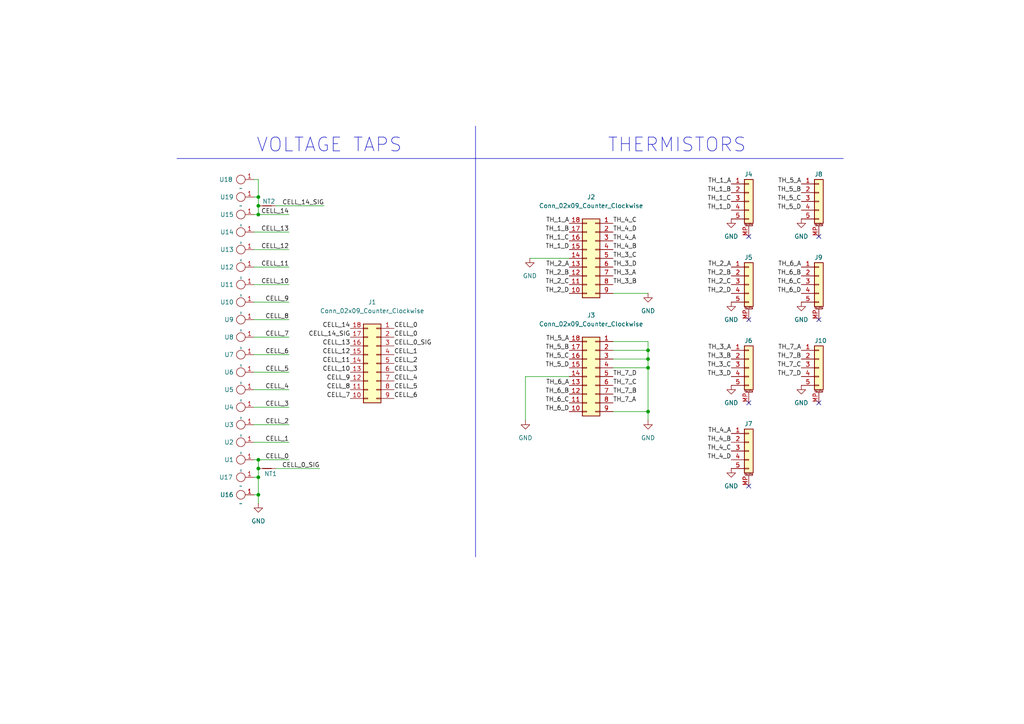
<source format=kicad_sch>
(kicad_sch (version 20231120) (generator "eeschema") (generator_version "8.0")
  (paper "A4")
  (title_block (title "B.A.D. Power Board") (date "2025-10-27") (rev "1.0") (company "Brushfire Attack Drone") (comment 1 "Ian Walsh"))
  (lib_symbols
    (symbol "Connector_Generic:Conn_02x09_Counter_Clockwise" (pin_names (offset 1.016) hide)
      (property "Reference" "J" (at 1.27 12.7 0))
      (property "Value" "Conn_02x09_Counter_Clockwise" (at 1.27 -12.7 0))
      (symbol "Conn_02x09_Counter_Clockwise_1_1"
        (rectangle (start -1.27 -10.033) (end 0 -10.287) (stroke (width 0.1524)))
        (rectangle (start -1.27 -7.493) (end 0 -7.747) (stroke (width 0.1524)))
        (rectangle (start -1.27 -4.953) (end 0 -5.207) (stroke (width 0.1524)))
        (rectangle (start -1.27 -2.413) (end 0 -2.667) (stroke (width 0.1524)))
        (rectangle (start -1.27 0.127) (end 0 -0.127) (stroke (width 0.1524)))
        (rectangle (start -1.27 2.667) (end 0 2.413) (stroke (width 0.1524)))
        (rectangle (start -1.27 5.207) (end 0 4.953) (stroke (width 0.1524)))
        (rectangle (start -1.27 7.747) (end 0 7.493) (stroke (width 0.1524)))
        (rectangle (start -1.27 10.287) (end 0 10.033) (stroke (width 0.1524)))
        (rectangle (start -1.27 11.43) (end 3.81 -11.43) (stroke (width 0.254)) (fill (type background)))
        (rectangle (start 3.81 -10.033) (end 2.54 -10.287) (stroke (width 0.1524)))
        (rectangle (start 3.81 -7.493) (end 2.54 -7.747) (stroke (width 0.1524)))
        (rectangle (start 3.81 -4.953) (end 2.54 -5.207) (stroke (width 0.1524)))
        (rectangle (start 3.81 -2.413) (end 2.54 -2.667) (stroke (width 0.1524)))
        (rectangle (start 3.81 0.127) (end 2.54 -0.127) (stroke (width 0.1524)))
        (rectangle (start 3.81 2.667) (end 2.54 2.413) (stroke (width 0.1524)))
        (rectangle (start 3.81 5.207) (end 2.54 4.953) (stroke (width 0.1524)))
        (rectangle (start 3.81 7.747) (end 2.54 7.493) (stroke (width 0.1524)))
        (rectangle (start 3.81 10.287) (end 2.54 10.033) (stroke (width 0.1524)))
        (pin passive line (at -5.08 10.16 0) (length 3.81) (name "Pin_1") (number "1"))
        (pin passive line (at 7.62 -10.16 180) (length 3.81) (name "Pin_10") (number "10"))
        (pin passive line (at 7.62 -7.62 180) (length 3.81) (name "Pin_11") (number "11"))
        (pin passive line (at 7.62 -5.08 180) (length 3.81) (name "Pin_12") (number "12"))
        (pin passive line (at 7.62 -2.54 180) (length 3.81) (name "Pin_13") (number "13"))
        (pin passive line (at 7.62 0 180) (length 3.81) (name "Pin_14") (number "14"))
        (pin passive line (at 7.62 2.54 180) (length 3.81) (name "Pin_15") (number "15"))
        (pin passive line (at 7.62 5.08 180) (length 3.81) (name "Pin_16") (number "16"))
        (pin passive line (at 7.62 7.62 180) (length 3.81) (name "Pin_17") (number "17"))
        (pin passive line (at 7.62 10.16 180) (length 3.81) (name "Pin_18") (number "18"))
        (pin passive line (at -5.08 7.62 0) (length 3.81) (name "Pin_2") (number "2"))
        (pin passive line (at -5.08 5.08 0) (length 3.81) (name "Pin_3") (number "3"))
        (pin passive line (at -5.08 2.54 0) (length 3.81) (name "Pin_4") (number "4"))
        (pin passive line (at -5.08 0 0) (length 3.81) (name "Pin_5") (number "5"))
        (pin passive line (at -5.08 -2.54 0) (length 3.81) (name "Pin_6") (number "6"))
        (pin passive line (at -5.08 -5.08 0) (length 3.81) (name "Pin_7") (number "7"))
        (pin passive line (at -5.08 -7.62 0) (length 3.81) (name "Pin_8") (number "8"))
        (pin passive line (at -5.08 -10.16 0) (length 3.81) (name "Pin_9") (number "9"))
      )
    )
    (symbol "Connector_Generic_MountingPin:Conn_01x05_MountingPin" (pin_names (offset 1.016) hide)
      (property "Reference" "J" (at 0 7.62 0))
      (property "Value" "Conn_01x05_MountingPin" (at 1.27 -7.62 0))
      (symbol "Conn_01x05_MountingPin_1_1"
        (rectangle (start -1.27 -4.953) (end 0 -5.207) (stroke (width 0.1524)))
        (rectangle (start -1.27 -2.413) (end 0 -2.667) (stroke (width 0.1524)))
        (rectangle (start -1.27 0.127) (end 0 -0.127) (stroke (width 0.1524)))
        (rectangle (start -1.27 2.667) (end 0 2.413) (stroke (width 0.1524)))
        (rectangle (start -1.27 5.207) (end 0 4.953) (stroke (width 0.1524)))
        (rectangle (start -1.27 6.35) (end 1.27 -6.35) (stroke (width 0.254)) (fill (type background)))
        (polyline (pts (xy -1.016 -7.112) (xy 1.016 -7.112)) (stroke (width 0.1524)))
        (text "Mounting" (at 0 -6.731 0) (effects (font (size 0.381 0.381))))
        (pin passive line (at -5.08 5.08 0) (length 3.81) (name "Pin_1") (number "1"))
        (pin passive line (at -5.08 2.54 0) (length 3.81) (name "Pin_2") (number "2"))
        (pin passive line (at -5.08 0 0) (length 3.81) (name "Pin_3") (number "3"))
        (pin passive line (at -5.08 -2.54 0) (length 3.81) (name "Pin_4") (number "4"))
        (pin passive line (at -5.08 -5.08 0) (length 3.81) (name "Pin_5") (number "5"))
        (pin passive line (at 0 -10.16 90) (length 3.048) (name "MountPin") (number "MP"))
      )
    )
    (symbol "Device:NetTie_2" (pin_numbers hide) (pin_names (offset 0) hide) (in_bom no)
      (property "Reference" "NT" (at 0 1.27 0))
      (property "Value" "NetTie_2" (at 0 -1.27 0))
      (symbol "NetTie_2_0_1"
        (polyline (pts (xy -1.27 0) (xy 1.27 0)) (stroke (width 0.254)))
      )
      (symbol "NetTie_2_1_1"
        (pin passive line (at -2.54 0 0) (length 2.54) (name "1") (number "1"))
        (pin passive line (at 2.54 0 180) (length 2.54) (name "2") (number "2"))
      )
    )
    (symbol "OlinBAD:7461098"
      (property "Reference" "U" (at 0 0 0))
      (symbol "7461098_0_1"
        (circle (center 0 -2.54) (radius 1.27))
      )
      (symbol "7461098_1_1"
        (pin input line (at -3.81 -2.54 0) (length 2.54) (name "") (number "1"))
      )
    )
    (symbol "OlinBAD:CellTab"
      (property "Reference" "U" (at 0 0 0))
      (property "Footprint" "OlinBAD:BatteryTab" (at 0 -5.08 0))
      (symbol "CellTab_0_1"
        (circle (center 1.27 -2.54) (radius 1.27))
      )
      (symbol "CellTab_1_1"
        (pin input line (at -2.54 -2.54 0) (length 2.54) (name "") (number "1"))
      )
    )
    (symbol "power:GND" (power) (pin_numbers hide) (pin_names (offset 0) hide)
      (property "Value" "GND" (at 0 -3.81 0))
      (symbol "GND_0_1"
        (polyline (pts (xy 0 0) (xy 0 -1.27) (xy 1.27 -1.27) (xy 0 -2.54) (xy -1.27 -1.27) (xy 0 -1.27)))
      )
      (symbol "GND_1_1"
        (pin power_in line (at 0 0 270) (length 0) (name "~") (number "1"))
      )
    )
  )
  (junction (at 74.93 143.51))
  (junction (at 74.93 133.35))
  (junction (at 74.93 57.15))
  (junction (at 74.93 59.69))
  (junction (at 187.96 101.6))
  (junction (at 187.96 119.38))
  (junction (at 74.93 138.43))
  (junction (at 187.96 106.68))
  (junction (at 74.93 62.23))
  (junction (at 74.93 135.89))
  (junction (at 187.96 104.14))
  (no_connect (at 217.17 116.84))
  (no_connect (at 237.49 116.84))
  (no_connect (at 217.17 140.97))
  (no_connect (at 237.49 92.71))
  (no_connect (at 217.17 92.71))
  (no_connect (at 217.17 68.58))
  (no_connect (at 237.49 68.58))
  (wire (pts (xy 187.96 99.06) (xy 187.96 101.6)))
  (wire (pts (xy 187.96 119.38) (xy 187.96 121.92)))
  (wire (pts (xy 73.66 52.07) (xy 74.93 52.07)))
  (wire (pts (xy 73.66 67.31) (xy 83.82 67.31)))
  (wire (pts (xy 74.93 133.35) (xy 73.66 133.35)))
  (wire (pts (xy 92.71 135.89) (xy 80.01 135.89)))
  (wire (pts (xy 187.96 106.68) (xy 187.96 119.38)))
  (wire (pts (xy 177.8 106.68) (xy 187.96 106.68)))
  (wire (pts (xy 74.93 135.89) (xy 74.93 138.43)))
  (wire (pts (xy 73.66 123.19) (xy 83.82 123.19)))
  (wire (pts (xy 74.93 133.35) (xy 83.82 133.35)))
  (wire (pts (xy 74.93 57.15) (xy 74.93 59.69)))
  (wire (pts (xy 73.66 128.27) (xy 83.82 128.27)))
  (wire (pts (xy 73.66 102.87) (xy 83.82 102.87)))
  (wire (pts (xy 74.93 138.43) (xy 74.93 143.51)))
  (wire (pts (xy 73.66 82.55) (xy 83.82 82.55)))
  (wire (pts (xy 177.8 104.14) (xy 187.96 104.14)))
  (wire (pts (xy 73.66 113.03) (xy 83.82 113.03)))
  (wire (pts (xy 73.66 97.79) (xy 83.82 97.79)))
  (wire (pts (xy 74.93 57.15) (xy 73.66 57.15)))
  (wire (pts (xy 73.66 77.47) (xy 83.82 77.47)))
  (wire (pts (xy 73.66 118.11) (xy 83.82 118.11)))
  (polyline (pts (xy 51.308 45.974) (xy 244.602 45.974)))
  (wire (pts (xy 177.8 101.6) (xy 187.96 101.6)))
  (polyline (pts (xy 137.922 161.544) (xy 137.922 36.576)))
  (wire (pts (xy 74.93 133.35) (xy 74.93 135.89)))
  (wire (pts (xy 73.66 87.63) (xy 83.82 87.63)))
  (wire (pts (xy 74.93 138.43) (xy 73.66 138.43)))
  (wire (pts (xy 187.96 104.14) (xy 187.96 106.68)))
  (wire (pts (xy 177.8 85.09) (xy 187.96 85.09)))
  (wire (pts (xy 153.67 74.93) (xy 165.1 74.93)))
  (wire (pts (xy 74.93 143.51) (xy 73.66 143.51)))
  (wire (pts (xy 73.66 62.23) (xy 74.93 62.23)))
  (wire (pts (xy 152.4 121.92) (xy 152.4 109.22)))
  (wire (pts (xy 177.8 99.06) (xy 187.96 99.06)))
  (wire (pts (xy 73.66 92.71) (xy 83.82 92.71)))
  (wire (pts (xy 73.66 72.39) (xy 83.82 72.39)))
  (wire (pts (xy 152.4 109.22) (xy 165.1 109.22)))
  (wire (pts (xy 74.93 59.69) (xy 74.93 62.23)))
  (wire (pts (xy 74.93 52.07) (xy 74.93 57.15)))
  (wire (pts (xy 74.93 62.23) (xy 83.82 62.23)))
  (wire (pts (xy 73.66 107.95) (xy 83.82 107.95)))
  (wire (pts (xy 177.8 119.38) (xy 187.96 119.38)))
  (wire (pts (xy 74.93 143.51) (xy 74.93 146.05)))
  (wire (pts (xy 93.98 59.69) (xy 80.01 59.69)))
  (wire (pts (xy 187.96 101.6) (xy 187.96 104.14)))
  (text "THERMISTORS" (at 196.342 42.164 0) (effects (font (size 4 4))))
  (text "VOLTAGE TAPS" (at 95.504 42.164 0) (effects (font (size 4 4))))
  (label "TH_6_B" (at 232.41 80.01 180))
  (label "TH_7_B" (at 232.41 104.14 180))
  (label "CELL_2" (at 83.82 123.19 180))
  (label "TH_3_B" (at 177.8 82.55 0))
  (label "TH_7_C" (at 177.8 111.76 0))
  (label "CELL_2" (at 114.3 105.41 0))
  (label "TH_3_B" (at 212.09 104.14 180))
  (label "CELL_7" (at 83.82 97.79 180))
  (label "TH_2_D" (at 165.1 85.09 180))
  (label "CELL_12" (at 83.82 72.39 180))
  (label "TH_7_A" (at 177.8 116.84 0))
  (label "TH_4_C" (at 212.09 130.81 180))
  (label "TH_7_B" (at 177.8 114.3 0))
  (label "CELL_11" (at 101.6 105.41 180))
  (label "TH_7_D" (at 177.8 109.22 0))
  (label "CELL_8" (at 83.82 92.71 180))
  (label "TH_7_D" (at 232.41 109.22 180))
  (label "CELL_12" (at 101.6 102.87 180))
  (label "TH_2_C" (at 165.1 82.55 180))
  (label "TH_4_A" (at 177.8 69.85 0))
  (label "TH_2_C" (at 212.09 82.55 180))
  (label "CELL_6" (at 83.82 102.87 180))
  (label "TH_1_B" (at 165.1 67.31 180))
  (label "TH_2_B" (at 165.1 80.01 180))
  (label "TH_1_B" (at 212.09 55.88 180))
  (label "CELL_13" (at 101.6 100.33 180))
  (label "CELL_5" (at 83.82 107.95 180))
  (label "TH_3_C" (at 177.8 74.93 0))
  (label "TH_3_C" (at 212.09 106.68 180))
  (label "CELL_14" (at 101.6 95.25 180))
  (label "CELL_13" (at 83.82 67.31 180))
  (label "TH_4_D" (at 212.09 133.35 180))
  (label "TH_5_D" (at 232.41 60.96 180))
  (label "TH_5_B" (at 232.41 55.88 180))
  (label "TH_5_A" (at 165.1 99.06 180))
  (label "TH_6_D" (at 165.1 119.38 180))
  (label "CELL_0" (at 83.82 133.35 180))
  (label "TH_4_A" (at 212.09 125.73 180))
  (label "TH_1_C" (at 212.09 58.42 180))
  (label "CELL_4" (at 83.82 113.03 180))
  (label "CELL_14_SIG" (at 93.98 59.69 180))
  (label "CELL_10" (at 101.6 107.95 180))
  (label "TH_6_C" (at 165.1 116.84 180))
  (label "CELL_11" (at 83.82 77.47 180))
  (label "CELL_9" (at 101.6 110.49 180))
  (label "TH_4_B" (at 212.09 128.27 180))
  (label "CELL_0" (at 114.3 95.25 0))
  (label "CELL_4" (at 114.3 110.49 0))
  (label "TH_5_C" (at 165.1 104.14 180))
  (label "CELL_7" (at 101.6 115.57 180))
  (label "CELL_1" (at 114.3 102.87 0))
  (label "TH_6_C" (at 232.41 82.55 180))
  (label "CELL_9" (at 83.82 87.63 180))
  (label "TH_2_A" (at 165.1 77.47 180))
  (label "TH_1_A" (at 165.1 64.77 180))
  (label "TH_3_A" (at 212.09 101.6 180))
  (label "CELL_1" (at 83.82 128.27 180))
  (label "TH_1_A" (at 212.09 53.34 180))
  (label "TH_5_B" (at 165.1 101.6 180))
  (label "CELL_3" (at 114.3 107.95 0))
  (label "CELL_14" (at 83.82 62.23 180))
  (label "CELL_0_SIG" (at 92.71 135.89 180))
  (label "TH_6_A" (at 165.1 111.76 180))
  (label "TH_3_D" (at 177.8 77.47 0))
  (label "TH_5_A" (at 232.41 53.34 180))
  (label "TH_1_D" (at 212.09 60.96 180))
  (label "TH_1_D" (at 165.1 72.39 180))
  (label "TH_1_C" (at 165.1 69.85 180))
  (label "CELL_3" (at 83.82 118.11 180))
  (label "CELL_0" (at 114.3 97.79 0))
  (label "TH_3_D" (at 212.09 109.22 180))
  (label "TH_4_B" (at 177.8 72.39 0))
  (label "CELL_5" (at 114.3 113.03 0))
  (label "TH_6_A" (at 232.41 77.47 180))
  (label "CELL_6" (at 114.3 115.57 0))
  (label "TH_5_C" (at 232.41 58.42 180))
  (label "TH_4_C" (at 177.8 64.77 0))
  (label "TH_3_A" (at 177.8 80.01 0))
  (label "TH_6_B" (at 165.1 114.3 180))
  (label "CELL_10" (at 83.82 82.55 180))
  (label "CELL_8" (at 101.6 113.03 180))
  (label "TH_7_C" (at 232.41 106.68 180))
  (label "TH_6_D" (at 232.41 85.09 180))
  (label "TH_2_D" (at 212.09 85.09 180))
  (label "TH_2_B" (at 212.09 80.01 180))
  (label "CELL_14_SIG" (at 101.6 97.79 180))
  (label "TH_5_D" (at 165.1 106.68 180))
  (label "TH_2_A" (at 212.09 77.47 180))
  (label "TH_4_D" (at 177.8 67.31 0))
  (label "TH_7_A" (at 232.41 101.6 180))
  (label "CELL_0_SIG" (at 114.3 100.33 0))
  (symbol (lib_id "Connector_Generic_MountingPin:Conn_01x05_MountingPin") (at 217.17 130.81 0) (unit 1)
    (property "Reference" "J7" (at 215.9 122.936 0) (effects (justify left)))
    (property "Value" "Conn_01x05_MountingPin" (effects (hide yes)))
    (property "Footprint" "Connector_FFC-FPC:TE_0-1734839-5_1x05-1MP_P0.5mm_Horizontal" (effects (hide yes)))
    (property "Description" "Generic connectable mounting pin connector, single row, 01x05, script generated (kicad-library-utils/schlib/autogen/connector/)" (effects (hide yes)))
  )
  (symbol (lib_id "power:GND") (at 212.09 87.63 0) (unit 1)
    (property "Reference" "#PWR03" (effects (hide yes)))
    (property "Value" "GND" (at 212.09 92.71 0))
    (property "Description" "Power symbol creates a global label with name \"GND\" , ground" (effects (hide yes)))
  )
  (symbol (lib_id "Connector_Generic_MountingPin:Conn_01x05_MountingPin") (at 237.49 106.68 0) (unit 1)
    (property "Reference" "J10" (at 236.22 98.806 0) (effects (justify left)))
    (property "Value" "Conn_01x05_MountingPin" (effects (hide yes)))
    (property "Footprint" "Connector_FFC-FPC:TE_0-1734839-5_1x05-1MP_P0.5mm_Horizontal" (effects (hide yes)))
    (property "Description" "Generic connectable mounting pin connector, single row, 01x05, script generated (kicad-library-utils/schlib/autogen/connector/)" (effects (hide yes)))
  )
  (symbol (lib_id "OlinBAD:CellTab") (at 71.12 100.33 180) (unit 1)
    (property "Reference" "U8" (at 67.818 97.79 0) (effects (justify left)))
    (property "Value" "~" (at 69.85 100.33 90) (effects (justify left)))
    (property "Footprint" "OlinBAD:BatteryTab" (effects (hide yes)))
  )
  (symbol (lib_id "power:GND") (at 232.41 63.5 0) (unit 1)
    (property "Reference" "#PWR06" (effects (hide yes)))
    (property "Value" "GND" (at 232.41 68.58 0))
    (property "Description" "Power symbol creates a global label with name \"GND\" , ground" (effects (hide yes)))
  )
  (symbol (lib_id "Connector_Generic_MountingPin:Conn_01x05_MountingPin") (at 217.17 106.68 0) (unit 1)
    (property "Reference" "J6" (at 215.9 98.806 0) (effects (justify left)))
    (property "Value" "Conn_01x05_MountingPin" (effects (hide yes)))
    (property "Footprint" "Connector_FFC-FPC:TE_0-1734839-5_1x05-1MP_P0.5mm_Horizontal" (effects (hide yes)))
    (property "Description" "Generic connectable mounting pin connector, single row, 01x05, script generated (kicad-library-utils/schlib/autogen/connector/)" (effects (hide yes)))
  )
  (symbol (lib_id "OlinBAD:CellTab") (at 71.12 90.17 180) (unit 1)
    (property "Reference" "U10" (at 67.818 87.63 0) (effects (justify left)))
    (property "Value" "~" (at 69.85 90.17 90) (effects (justify left)))
    (property "Footprint" "OlinBAD:BatteryTab" (effects (hide yes)))
  )
  (symbol (lib_id "Connector_Generic_MountingPin:Conn_01x05_MountingPin") (at 237.49 58.42 0) (unit 1)
    (property "Reference" "J8" (at 236.22 50.546 0) (effects (justify left)))
    (property "Value" "Conn_01x05_MountingPin" (effects (hide yes)))
    (property "Footprint" "Connector_FFC-FPC:TE_0-1734839-5_1x05-1MP_P0.5mm_Horizontal" (effects (hide yes)))
    (property "Description" "Generic connectable mounting pin connector, single row, 01x05, script generated (kicad-library-utils/schlib/autogen/connector/)" (effects (hide yes)))
  )
  (symbol (lib_id "power:GND") (at 232.41 111.76 0) (unit 1)
    (property "Reference" "#PWR08" (effects (hide yes)))
    (property "Value" "GND" (at 232.41 116.84 0))
    (property "Description" "Power symbol creates a global label with name \"GND\" , ground" (effects (hide yes)))
  )
  (symbol (lib_id "OlinBAD:CellTab") (at 71.12 69.85 180) (unit 1)
    (property "Reference" "U14" (at 67.818 67.31 0) (effects (justify left)))
    (property "Value" "~" (at 69.85 69.85 90) (effects (justify left)))
    (property "Footprint" "OlinBAD:BatteryTab" (effects (hide yes)))
  )
  (symbol (lib_id "power:GND") (at 187.96 121.92 0) (unit 1)
    (property "Reference" "#PWR011" (effects (hide yes)))
    (property "Value" "GND" (at 187.96 127 0))
    (property "Description" "Power symbol creates a global label with name \"GND\" , ground" (effects (hide yes)))
  )
  (symbol (lib_id "OlinBAD:CellTab") (at 71.12 105.41 180) (unit 1)
    (property "Reference" "U7" (at 67.818 102.87 0) (effects (justify left)))
    (property "Value" "~" (at 69.85 105.41 90) (effects (justify left)))
    (property "Footprint" "OlinBAD:BatteryTab" (effects (hide yes)))
  )
  (symbol (lib_id "power:GND") (at 152.4 121.92 0) (unit 1)
    (property "Reference" "#PWR012" (effects (hide yes)))
    (property "Value" "GND" (at 152.4 127 0))
    (property "Description" "Power symbol creates a global label with name \"GND\" , ground" (effects (hide yes)))
  )
  (symbol (lib_id "power:GND") (at 153.67 74.93 0) (unit 1)
    (property "Reference" "#PWR09" (effects (hide yes)))
    (property "Value" "GND" (at 153.67 80.01 0))
    (property "Description" "Power symbol creates a global label with name \"GND\" , ground" (effects (hide yes)))
  )
  (symbol (lib_id "Device:NetTie_2") (at 77.47 135.89 0) (unit 1) (in_bom no)
    (property "Reference" "NT1" (at 78.486 137.414 0))
    (property "Value" "NetTie_2" (effects (hide yes)))
    (property "Footprint" "NetTie:NetTie-2_SMD_Pad0.5mm" (effects (hide yes)))
    (property "Description" "Net tie, 2 pins" (effects (hide yes)))
  )
  (symbol (lib_id "OlinBAD:CellTab") (at 71.12 125.73 180) (unit 1)
    (property "Reference" "U3" (at 67.818 123.19 0) (effects (justify left)))
    (property "Value" "~" (at 69.85 125.73 90) (effects (justify left)))
    (property "Footprint" "OlinBAD:BatteryTab" (effects (hide yes)))
  )
  (symbol (lib_id "OlinBAD:7461098") (at 69.85 140.97 0) (mirror y) (unit 1)
    (property "Reference" "U16" (at 65.786 143.51 0))
    (property "Value" "~" (at 69.85 146.05 0))
    (property "Footprint" "OlinBAD:7461098" (effects (hide yes)))
    (property "Datasheet" "https://www.we-online.com/components/products/datasheet/7461098.pdf" (effects (hide yes)))
  )
  (symbol (lib_id "OlinBAD:CellTab") (at 71.12 85.09 180) (unit 1)
    (property "Reference" "U11" (at 67.818 82.55 0) (effects (justify left)))
    (property "Value" "~" (at 69.85 85.09 90) (effects (justify left)))
    (property "Footprint" "OlinBAD:BatteryTab" (effects (hide yes)))
  )
  (symbol (lib_id "Connector_Generic_MountingPin:Conn_01x05_MountingPin") (at 217.17 58.42 0) (unit 1)
    (property "Reference" "J4" (at 215.9 50.546 0) (effects (justify left)))
    (property "Value" "Conn_01x05_MountingPin" (effects (hide yes)))
    (property "Footprint" "Connector_FFC-FPC:TE_0-1734839-5_1x05-1MP_P0.5mm_Horizontal" (effects (hide yes)))
    (property "Description" "Generic connectable mounting pin connector, single row, 01x05, script generated (kicad-library-utils/schlib/autogen/connector/)" (effects (hide yes)))
  )
  (symbol (lib_id "OlinBAD:CellTab") (at 71.12 115.57 180) (unit 1)
    (property "Reference" "U5" (at 67.818 113.03 0) (effects (justify left)))
    (property "Value" "~" (at 69.85 115.57 90) (effects (justify left)))
    (property "Footprint" "OlinBAD:BatteryTab" (effects (hide yes)))
  )
  (symbol (lib_id "power:GND") (at 232.41 87.63 0) (unit 1)
    (property "Reference" "#PWR07" (effects (hide yes)))
    (property "Value" "GND" (at 232.41 92.71 0))
    (property "Description" "Power symbol creates a global label with name \"GND\" , ground" (effects (hide yes)))
  )
  (symbol (lib_id "OlinBAD:7461098") (at 69.85 49.53 0) (mirror y) (unit 1)
    (property "Reference" "U18" (at 65.532 52.07 0))
    (property "Value" "~" (at 69.85 54.61 0))
    (property "Footprint" "OlinBAD:7461098" (effects (hide yes)))
    (property "Datasheet" "https://www.we-online.com/components/products/datasheet/7461098.pdf" (effects (hide yes)))
  )
  (symbol (lib_id "Connector_Generic_MountingPin:Conn_01x05_MountingPin") (at 237.49 82.55 0) (unit 1)
    (property "Reference" "J9" (at 236.22 74.676 0) (effects (justify left)))
    (property "Value" "Conn_01x05_MountingPin" (effects (hide yes)))
    (property "Footprint" "Connector_FFC-FPC:TE_0-1734839-5_1x05-1MP_P0.5mm_Horizontal" (effects (hide yes)))
    (property "Description" "Generic connectable mounting pin connector, single row, 01x05, script generated (kicad-library-utils/schlib/autogen/connector/)" (effects (hide yes)))
  )
  (symbol (lib_id "Connector_Generic:Conn_02x09_Counter_Clockwise") (at 109.22 105.41 0) (mirror y) (unit 1)
    (property "Reference" "J1" (at 107.95 87.63 0))
    (property "Value" "Conn_02x09_Counter_Clockwise" (at 107.95 90.17 0))
    (property "Footprint" "Connector_PinSocket_2.54mm:PinSocket_2x09_P2.54mm_Vertical" (effects (hide yes)))
    (property "Description" "Generic connector, double row, 02x09, counter clockwise pin numbering scheme (similar to DIP package numbering), script generated (kicad-library-utils/schlib/autogen/connector/)" (effects (hide yes)))
  )
  (symbol (lib_id "power:GND") (at 212.09 63.5 0) (unit 1)
    (property "Reference" "#PWR02" (effects (hide yes)))
    (property "Value" "GND" (at 212.09 68.58 0))
    (property "Description" "Power symbol creates a global label with name \"GND\" , ground" (effects (hide yes)))
  )
  (symbol (lib_id "Connector_Generic:Conn_02x09_Counter_Clockwise") (at 172.72 109.22 0) (mirror y) (unit 1)
    (property "Reference" "J3" (at 171.45 91.44 0))
    (property "Value" "Conn_02x09_Counter_Clockwise" (at 171.45 93.98 0))
    (property "Footprint" "Connector_PinSocket_2.54mm:PinSocket_2x09_P2.54mm_Vertical" (effects (hide yes)))
    (property "Description" "Generic connector, double row, 02x09, counter clockwise pin numbering scheme (similar to DIP package numbering), script generated (kicad-library-utils/schlib/autogen/connector/)" (effects (hide yes)))
  )
  (symbol (lib_id "power:GND") (at 212.09 135.89 0) (unit 1)
    (property "Reference" "#PWR05" (effects (hide yes)))
    (property "Value" "GND" (at 212.09 140.97 0))
    (property "Description" "Power symbol creates a global label with name \"GND\" , ground" (effects (hide yes)))
  )
  (symbol (lib_id "power:GND") (at 212.09 111.76 0) (unit 1)
    (property "Reference" "#PWR04" (effects (hide yes)))
    (property "Value" "GND" (at 212.09 116.84 0))
    (property "Description" "Power symbol creates a global label with name \"GND\" , ground" (effects (hide yes)))
  )
  (symbol (lib_id "OlinBAD:CellTab") (at 71.12 95.25 180) (unit 1)
    (property "Reference" "U9" (at 67.818 92.71 0) (effects (justify left)))
    (property "Value" "~" (at 69.85 95.25 90) (effects (justify left)))
    (property "Footprint" "OlinBAD:BatteryTab" (effects (hide yes)))
  )
  (symbol (lib_id "OlinBAD:7461098") (at 69.85 135.89 0) (mirror y) (unit 1)
    (property "Reference" "U17" (at 65.532 138.43 0))
    (property "Value" "~" (at 69.85 140.97 0))
    (property "Footprint" "OlinBAD:7461098" (effects (hide yes)))
    (property "Datasheet" "https://www.we-online.com/components/products/datasheet/7461098.pdf" (effects (hide yes)))
  )
  (symbol (lib_id "power:GND") (at 74.93 146.05 0) (unit 1)
    (property "Reference" "#PWR01" (effects (hide yes)))
    (property "Value" "GND" (at 74.93 151.13 0))
    (property "Description" "Power symbol creates a global label with name \"GND\" , ground" (effects (hide yes)))
  )
  (symbol (lib_id "power:GND") (at 187.96 85.09 0) (unit 1)
    (property "Reference" "#PWR010" (effects (hide yes)))
    (property "Value" "GND" (at 187.96 90.17 0))
    (property "Description" "Power symbol creates a global label with name \"GND\" , ground" (effects (hide yes)))
  )
  (symbol (lib_id "OlinBAD:7461098") (at 69.85 54.61 0) (mirror y) (unit 1)
    (property "Reference" "U19" (at 65.786 57.15 0))
    (property "Value" "~" (at 69.85 59.69 0))
    (property "Footprint" "OlinBAD:7461098" (effects (hide yes)))
    (property "Datasheet" "https://www.we-online.com/components/products/datasheet/7461098.pdf" (effects (hide yes)))
  )
  (symbol (lib_id "OlinBAD:CellTab") (at 71.12 135.89 180) (unit 1)
    (property "Reference" "U1" (at 67.818 133.35 0) (effects (justify left)))
    (property "Value" "~" (at 69.85 135.89 90) (effects (justify left)))
    (property "Footprint" "OlinBAD:BatteryTab" (effects (hide yes)))
  )
  (symbol (lib_id "OlinBAD:CellTab") (at 71.12 130.81 180) (unit 1)
    (property "Reference" "U2" (at 67.818 128.27 0) (effects (justify left)))
    (property "Value" "~" (at 69.85 130.81 90) (effects (justify left)))
    (property "Footprint" "OlinBAD:BatteryTab" (effects (hide yes)))
  )
  (symbol (lib_id "Device:NetTie_2") (at 77.47 59.69 180) (unit 1) (in_bom no)
    (property "Reference" "NT2" (at 77.978 58.42 0))
    (property "Value" "NetTie_2" (effects (hide yes)))
    (property "Footprint" "NetTie:NetTie-2_SMD_Pad0.5mm" (effects (hide yes)))
    (property "Description" "Net tie, 2 pins" (effects (hide yes)))
  )
  (symbol (lib_id "OlinBAD:CellTab") (at 71.12 80.01 180) (unit 1)
    (property "Reference" "U12" (at 67.818 77.47 0) (effects (justify left)))
    (property "Value" "~" (at 69.85 80.01 90) (effects (justify left)))
    (property "Footprint" "OlinBAD:BatteryTab" (effects (hide yes)))
  )
  (symbol (lib_id "Connector_Generic:Conn_02x09_Counter_Clockwise") (at 172.72 74.93 0) (mirror y) (unit 1)
    (property "Reference" "J2" (at 171.45 57.15 0))
    (property "Value" "Conn_02x09_Counter_Clockwise" (at 171.45 59.69 0))
    (property "Footprint" "Connector_PinSocket_2.54mm:PinSocket_2x09_P2.54mm_Vertical" (effects (hide yes)))
    (property "Description" "Generic connector, double row, 02x09, counter clockwise pin numbering scheme (similar to DIP package numbering), script generated (kicad-library-utils/schlib/autogen/connector/)" (effects (hide yes)))
  )
  (symbol (lib_id "OlinBAD:CellTab") (at 71.12 120.65 180) (unit 1)
    (property "Reference" "U4" (at 67.818 118.11 0) (effects (justify left)))
    (property "Value" "~" (at 69.85 120.65 90) (effects (justify left)))
    (property "Footprint" "OlinBAD:BatteryTab" (effects (hide yes)))
  )
  (symbol (lib_id "Connector_Generic_MountingPin:Conn_01x05_MountingPin") (at 217.17 82.55 0) (unit 1)
    (property "Reference" "J5" (at 215.9 74.676 0) (effects (justify left)))
    (property "Value" "Conn_01x05_MountingPin" (effects (hide yes)))
    (property "Footprint" "Connector_FFC-FPC:TE_0-1734839-5_1x05-1MP_P0.5mm_Horizontal" (effects (hide yes)))
    (property "Description" "Generic connectable mounting pin connector, single row, 01x05, script generated (kicad-library-utils/schlib/autogen/connector/)" (effects (hide yes)))
  )
  (symbol (lib_id "OlinBAD:CellTab") (at 71.12 64.77 180) (unit 1)
    (property "Reference" "U15" (at 67.818 62.23 0) (effects (justify left)))
    (property "Value" "~" (at 69.85 64.77 90) (effects (justify left)))
    (property "Footprint" "OlinBAD:BatteryTab" (effects (hide yes)))
  )
  (symbol (lib_id "OlinBAD:CellTab") (at 71.12 110.49 180) (unit 1)
    (property "Reference" "U6" (at 67.818 107.95 0) (effects (justify left)))
    (property "Value" "~" (at 69.85 110.49 90) (effects (justify left)))
    (property "Footprint" "OlinBAD:BatteryTab" (effects (hide yes)))
  )
  (symbol (lib_id "OlinBAD:CellTab") (at 71.12 74.93 180) (unit 1)
    (property "Reference" "U13" (at 67.818 72.39 0) (effects (justify left)))
    (property "Value" "~" (at 69.85 74.93 90) (effects (justify left)))
    (property "Footprint" "OlinBAD:BatteryTab" (effects (hide yes)))
  )
)
</source>
